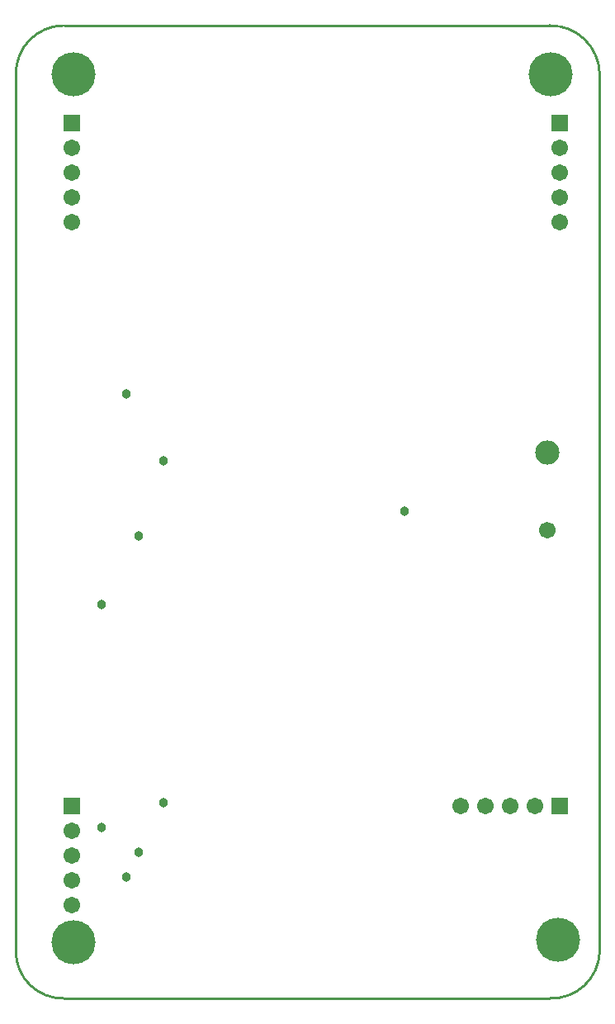
<source format=gbs>
G04*
G04 #@! TF.GenerationSoftware,Altium Limited,Altium Designer,22.6.1 (34)*
G04*
G04 Layer_Color=16711935*
%FSLAX25Y25*%
%MOIN*%
G70*
G04*
G04 #@! TF.SameCoordinates,B7B55DA8-A8C8-4B2F-A26B-231347B163EA*
G04*
G04*
G04 #@! TF.FilePolarity,Negative*
G04*
G01*
G75*
%ADD12C,0.01000*%
%ADD19C,0.09800*%
%ADD20C,0.06700*%
%ADD21R,0.06706X0.06706*%
%ADD22C,0.06706*%
%ADD24R,0.06706X0.06706*%
%ADD25C,0.03800*%
%ADD35C,0.17800*%
D12*
X19685Y393701D02*
G03*
X500Y374016I250J-19435D01*
G01*
X236221D02*
G03*
X216035Y393701I-19935J-250D01*
G01*
Y1000D02*
G03*
X236221Y19685I750J19435D01*
G01*
X500D02*
G03*
X19685Y1000I18935J250D01*
G01*
X236221Y19685D02*
Y374016D01*
X19685Y1000D02*
X19685D01*
X216035D01*
X20000Y393701D02*
X216035D01*
X500Y19685D02*
Y374016D01*
D19*
X215000Y221400D02*
D03*
D20*
X215000Y189904D02*
D03*
D21*
X219961Y78728D02*
D03*
D22*
X209961D02*
D03*
X199961D02*
D03*
X189961D02*
D03*
X179961D02*
D03*
X23122Y38740D02*
D03*
Y48740D02*
D03*
Y58740D02*
D03*
Y68740D02*
D03*
X219972Y314331D02*
D03*
Y324331D02*
D03*
Y334331D02*
D03*
Y344331D02*
D03*
X23122Y314331D02*
D03*
Y324331D02*
D03*
Y334331D02*
D03*
Y344331D02*
D03*
D24*
Y78740D02*
D03*
X219972Y354331D02*
D03*
X23122D02*
D03*
D25*
X157500Y197500D02*
D03*
X45000Y50000D02*
D03*
Y245000D02*
D03*
X60000Y80000D02*
D03*
Y218054D02*
D03*
X50000Y60000D02*
D03*
Y187739D02*
D03*
X35000Y70000D02*
D03*
Y160000D02*
D03*
D35*
X216535Y374016D02*
D03*
X219535Y24622D02*
D03*
X23622Y374016D02*
D03*
Y23622D02*
D03*
M02*

</source>
